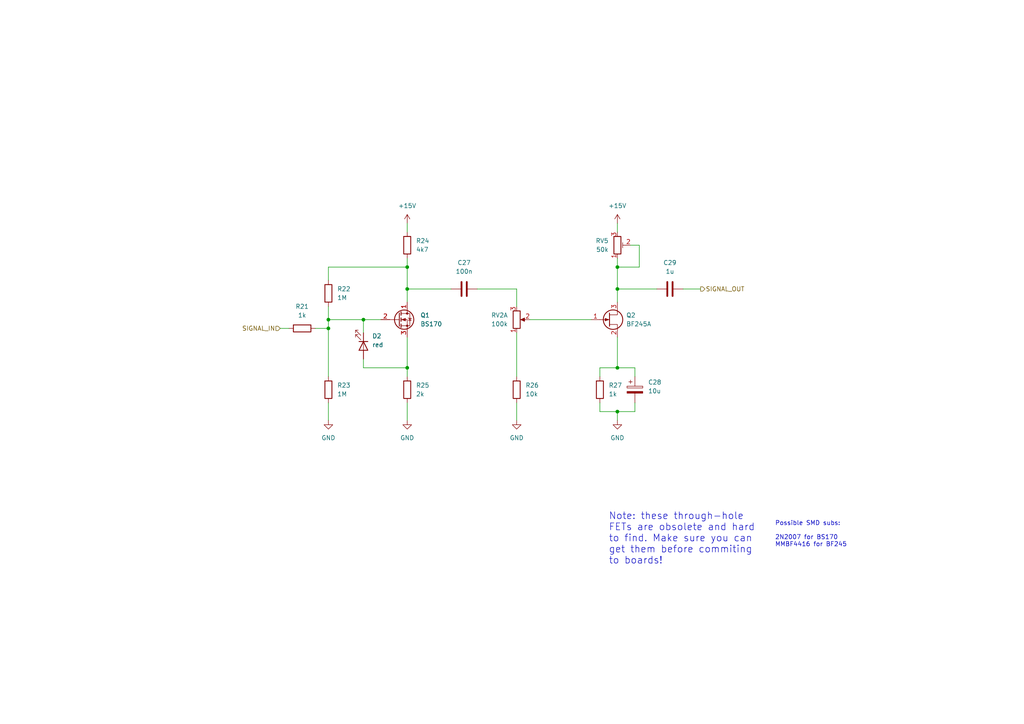
<source format=kicad_sch>
(kicad_sch (version 20211123) (generator eeschema)
  (paper "A4")
  (title_block (title "M.S.M. Stereo Lowpass Filter Pedal") (date "2022-05-20") (rev "0") (comment 2 "creativecommons.org/licenses/by/4.0") (comment 3 "License: CC by 4.0") (comment 4 "Author: Jordan Aceto"))
  (lib_symbols
    (symbol "Device:C" (pin_numbers hide) (pin_names (offset 0.254))
      (property "Reference" "C" (at 0.635 2.54 0))
      (property "Value" "C" (at 0.635 -2.54 0))
      (symbol "C_0_1"
        (polyline (pts (xy -2.032 -0.762) (xy 2.032 -0.762)) (stroke (width 0.508)))
        (polyline (pts (xy -2.032 0.762) (xy 2.032 0.762)) (stroke (width 0.508)))
      )
      (symbol "C_1_1"
        (pin passive line (at 0 3.81 270) (length 2.794) (name "~") (number "1"))
        (pin passive line (at 0 -3.81 90) (length 2.794) (name "~") (number "2"))
      )
    )
    (symbol "Device:C_Polarized" (pin_numbers hide) (pin_names (offset 0.254))
      (property "Reference" "C" (at 0.635 2.54 0))
      (property "Value" "C_Polarized" (at 0.635 -2.54 0))
      (symbol "C_Polarized_0_1"
        (rectangle (start -2.286 0.508) (end 2.286 1.016))
        (polyline (pts (xy -1.778 2.286) (xy -0.762 2.286)))
        (polyline (pts (xy -1.27 2.794) (xy -1.27 1.778)))
        (rectangle (start 2.286 -0.508) (end -2.286 -1.016) (fill (type outline)))
      )
      (symbol "C_Polarized_1_1"
        (pin passive line (at 0 3.81 270) (length 2.794) (name "~") (number "1"))
        (pin passive line (at 0 -3.81 90) (length 2.794) (name "~") (number "2"))
      )
    )
    (symbol "Device:LED" (pin_numbers hide) (pin_names (offset 1.016) hide)
      (property "Reference" "D" (at 0 2.54 0))
      (property "Value" "LED" (at 0 -2.54 0))
      (symbol "LED_0_1"
        (polyline (pts (xy -1.27 -1.27) (xy -1.27 1.27)) (stroke (width 0.254)))
        (polyline (pts (xy -1.27 0) (xy 1.27 0)))
        (polyline (pts (xy 1.27 -1.27) (xy 1.27 1.27) (xy -1.27 0) (xy 1.27 -1.27)) (stroke (width 0.254)))
        (polyline (pts (xy -3.048 -0.762) (xy -4.572 -2.286) (xy -3.81 -2.286) (xy -4.572 -2.286) (xy -4.572 -1.524)))
        (polyline (pts (xy -1.778 -0.762) (xy -3.302 -2.286) (xy -2.54 -2.286) (xy -3.302 -2.286) (xy -3.302 -1.524)))
      )
      (symbol "LED_1_1"
        (pin passive line (at -3.81 0 0) (length 2.54) (name "K") (number "1"))
        (pin passive line (at 3.81 0 180) (length 2.54) (name "A") (number "2"))
      )
    )
    (symbol "Device:R" (pin_numbers hide) (pin_names (offset 0))
      (property "Reference" "R" (at 2.032 0 90))
      (property "Value" "R" (at 0 0 90))
      (symbol "R_0_1"
        (rectangle (start -1.016 -2.54) (end 1.016 2.54) (stroke (width 0.254)))
      )
      (symbol "R_1_1"
        (pin passive line (at 0 3.81 270) (length 1.27) (name "~") (number "1"))
        (pin passive line (at 0 -3.81 90) (length 1.27) (name "~") (number "2"))
      )
    )
    (symbol "Device:R_Potentiometer_Dual_Separate" (pin_names (offset 1.016) hide)
      (property "Reference" "RV" (at -4.445 0 90))
      (property "Value" "R_Potentiometer_Dual_Separate" (at -2.54 0 90))
      (symbol "R_Potentiometer_Dual_Separate_0_1"
        (polyline (pts (xy 2.54 0) (xy 1.524 0)))
        (polyline (pts (xy 1.143 0) (xy 2.286 0.508) (xy 2.286 -0.508) (xy 1.143 0)) (fill (type outline)))
        (rectangle (start 1.016 2.54) (end -1.016 -2.54) (stroke (width 0.254)))
      )
      (symbol "R_Potentiometer_Dual_Separate_1_1"
        (pin passive line (at 0 3.81 270) (length 1.27) (name "1") (number "1"))
        (pin passive line (at 3.81 0 180) (length 1.27) (name "2") (number "2"))
        (pin passive line (at 0 -3.81 90) (length 1.27) (name "3") (number "3"))
      )
      (symbol "R_Potentiometer_Dual_Separate_2_1"
        (pin passive line (at 0 3.81 270) (length 1.27) (name "4") (number "4"))
        (pin passive line (at 3.81 0 180) (length 1.27) (name "5") (number "5"))
        (pin passive line (at 0 -3.81 90) (length 1.27) (name "6") (number "6"))
      )
    )
    (symbol "Device:R_Potentiometer_Trim" (pin_names (offset 1.016) hide)
      (property "Reference" "RV" (at -4.445 0 90))
      (property "Value" "R_Potentiometer_Trim" (at -2.54 0 90))
      (symbol "R_Potentiometer_Trim_0_1"
        (polyline (pts (xy 1.524 0.762) (xy 1.524 -0.762)))
        (polyline (pts (xy 2.54 0) (xy 1.524 0)))
        (rectangle (start 1.016 2.54) (end -1.016 -2.54) (stroke (width 0.254)))
      )
      (symbol "R_Potentiometer_Trim_1_1"
        (pin passive line (at 0 3.81 270) (length 1.27) (name "1") (number "1"))
        (pin passive line (at 3.81 0 180) (length 1.27) (name "2") (number "2"))
        (pin passive line (at 0 -3.81 90) (length 1.27) (name "3") (number "3"))
      )
    )
    (symbol "Transistor_FET:BF245A" (pin_names hide)
      (property "Reference" "Q" (at 5.08 1.905 0))
      (property "Value" "BF245A" (at 5.08 0 0))
      (symbol "BF245A_0_1"
        (polyline (pts (xy 0.254 0) (xy -2.54 0)))
        (polyline (pts (xy 0.254 1.905) (xy 0.254 -1.905)) (stroke (width 0.254)))
        (polyline (pts (xy 2.54 -2.54) (xy 2.54 -1.397) (xy 0.254 -1.397)))
        (polyline (pts (xy 2.54 2.54) (xy 2.54 1.397) (xy 0.254 1.397)))
        (polyline (pts (xy 0 0) (xy -1.016 0.381) (xy -1.016 -0.381) (xy 0 0)) (fill (type outline)))
        (circle (center 1.27 0) (radius 2.8194) (stroke (width 0.254)))
      )
      (symbol "BF245A_1_1"
        (pin input line (at -5.08 0 0) (length 2.54) (name "G") (number "1"))
        (pin passive line (at 2.54 -5.08 90) (length 2.54) (name "S") (number "2"))
        (pin passive line (at 2.54 5.08 270) (length 2.54) (name "D") (number "3"))
      )
    )
    (symbol "Transistor_FET:BS170" (pin_names hide)
      (property "Reference" "Q" (at 5.08 1.905 0))
      (property "Value" "BS170" (at 5.08 0 0))
      (symbol "BS170_0_1"
        (polyline (pts (xy 0.254 0) (xy -2.54 0)))
        (polyline (pts (xy 0.254 1.905) (xy 0.254 -1.905)) (stroke (width 0.254)))
        (polyline (pts (xy 0.762 -1.27) (xy 0.762 -2.286)) (stroke (width 0.254)))
        (polyline (pts (xy 0.762 0.508) (xy 0.762 -0.508)) (stroke (width 0.254)))
        (polyline (pts (xy 0.762 2.286) (xy 0.762 1.27)) (stroke (width 0.254)))
        (polyline (pts (xy 2.54 2.54) (xy 2.54 1.778)))
        (polyline (pts (xy 2.54 -2.54) (xy 2.54 0) (xy 0.762 0)))
        (polyline (pts (xy 0.762 -1.778) (xy 3.302 -1.778) (xy 3.302 1.778) (xy 0.762 1.778)))
        (polyline (pts (xy 1.016 0) (xy 2.032 0.381) (xy 2.032 -0.381) (xy 1.016 0)) (fill (type outline)))
        (polyline (pts (xy 2.794 0.508) (xy 2.921 0.381) (xy 3.683 0.381) (xy 3.81 0.254)))
        (polyline (pts (xy 3.302 0.381) (xy 2.921 -0.254) (xy 3.683 -0.254) (xy 3.302 0.381)))
        (circle (center 1.651 0) (radius 2.794) (stroke (width 0.254)))
        (circle (center 2.54 -1.778) (radius 0.254) (fill (type outline)))
        (circle (center 2.54 1.778) (radius 0.254) (fill (type outline)))
      )
      (symbol "BS170_1_1"
        (pin passive line (at 2.54 5.08 270) (length 2.54) (name "D") (number "1"))
        (pin input line (at -5.08 0 0) (length 2.54) (name "G") (number "2"))
        (pin passive line (at 2.54 -5.08 90) (length 2.54) (name "S") (number "3"))
      )
    )
    (symbol "power:+15V" (power) (pin_names (offset 0))
      (property "Value" "+15V" (at 0 3.556 0))
      (symbol "+15V_0_1"
        (polyline (pts (xy -0.762 1.27) (xy 0 2.54)))
        (polyline (pts (xy 0 0) (xy 0 2.54)))
        (polyline (pts (xy 0 2.54) (xy 0.762 1.27)))
      )
      (symbol "+15V_1_1"
        (pin power_in line (at 0 0 90) (length 0) hide (name "+15V") (number "1"))
      )
    )
    (symbol "power:GND" (power) (pin_names (offset 0))
      (property "Value" "GND" (at 0 -3.81 0))
      (symbol "GND_0_1"
        (polyline (pts (xy 0 0) (xy 0 -1.27) (xy 1.27 -1.27) (xy 0 -2.54) (xy -1.27 -1.27) (xy 0 -1.27)))
      )
      (symbol "GND_1_1"
        (pin power_in line (at 0 0 270) (length 0) hide (name "GND") (number "1"))
      )
    )
  )
  (junction (at 118.11 106.68))
  (junction (at 118.11 83.82))
  (junction (at 179.07 77.47))
  (junction (at 95.25 95.25))
  (junction (at 179.07 106.68))
  (junction (at 179.07 83.82))
  (junction (at 105.41 92.71))
  (junction (at 118.11 77.47))
  (junction (at 179.07 119.38))
  (junction (at 95.25 92.71))
  (wire (pts (xy 95.25 116.84) (xy 95.25 121.92)))
  (wire (pts (xy 118.11 97.79) (xy 118.11 106.68)))
  (wire (pts (xy 149.86 116.84) (xy 149.86 121.92)))
  (wire (pts (xy 95.25 92.71) (xy 105.41 92.71)))
  (wire (pts (xy 95.25 95.25) (xy 95.25 109.22)))
  (wire (pts (xy 149.86 88.9) (xy 149.86 83.82)))
  (wire (pts (xy 173.99 119.38) (xy 179.07 119.38)))
  (wire (pts (xy 173.99 116.84) (xy 173.99 119.38)))
  (wire (pts (xy 95.25 95.25) (xy 95.25 92.71)))
  (wire (pts (xy 105.41 106.68) (xy 118.11 106.68)))
  (wire (pts (xy 184.15 116.84) (xy 184.15 119.38)))
  (wire (pts (xy 179.07 77.47) (xy 185.42 77.47)))
  (wire (pts (xy 185.42 77.47) (xy 185.42 71.12)))
  (wire (pts (xy 149.86 96.52) (xy 149.86 109.22)))
  (wire (pts (xy 95.25 88.9) (xy 95.25 92.71)))
  (wire (pts (xy 118.11 74.93) (xy 118.11 77.47)))
  (wire (pts (xy 179.07 74.93) (xy 179.07 77.47)))
  (wire (pts (xy 105.41 92.71) (xy 105.41 96.52)))
  (wire (pts (xy 118.11 83.82) (xy 118.11 87.63)))
  (wire (pts (xy 179.07 83.82) (xy 179.07 87.63)))
  (wire (pts (xy 118.11 116.84) (xy 118.11 121.92)))
  (wire (pts (xy 95.25 81.28) (xy 95.25 77.47)))
  (wire (pts (xy 179.07 97.79) (xy 179.07 106.68)))
  (wire (pts (xy 184.15 109.22) (xy 184.15 106.68)))
  (wire (pts (xy 118.11 83.82) (xy 130.81 83.82)))
  (wire (pts (xy 179.07 106.68) (xy 184.15 106.68)))
  (wire (pts (xy 105.41 104.14) (xy 105.41 106.68)))
  (wire (pts (xy 149.86 83.82) (xy 138.43 83.82)))
  (wire (pts (xy 198.12 83.82) (xy 203.2 83.82)))
  (wire (pts (xy 179.07 64.77) (xy 179.07 67.31)))
  (wire (pts (xy 173.99 106.68) (xy 173.99 109.22)))
  (wire (pts (xy 81.28 95.25) (xy 83.82 95.25)))
  (wire (pts (xy 179.07 119.38) (xy 179.07 121.92)))
  (wire (pts (xy 118.11 106.68) (xy 118.11 109.22)))
  (wire (pts (xy 105.41 92.71) (xy 110.49 92.71)))
  (wire (pts (xy 179.07 77.47) (xy 179.07 83.82)))
  (wire (pts (xy 95.25 77.47) (xy 118.11 77.47)))
  (wire (pts (xy 118.11 77.47) (xy 118.11 83.82)))
  (wire (pts (xy 118.11 64.77) (xy 118.11 67.31)))
  (wire (pts (xy 153.67 92.71) (xy 171.45 92.71)))
  (wire (pts (xy 185.42 71.12) (xy 182.88 71.12)))
  (wire (pts (xy 179.07 119.38) (xy 184.15 119.38)))
  (wire (pts (xy 173.99 106.68) (xy 179.07 106.68)))
  (wire (pts (xy 91.44 95.25) (xy 95.25 95.25)))
  (wire (pts (xy 179.07 83.82) (xy 190.5 83.82)))
  (text "Possible SMD subs:\n\n2N2007 for BS170\nMMBF4416 for BF245" (at 224.79 158.75 0) (effects (font (size 1.27 1.27)) (justify left bottom)))
  (text "Note: these through-hole\nFETs are obsolete and hard\nto find. Make sure you can\nget them before commiting\nto boards!" (at 176.53 163.83 0) (effects (font (size 2 2)) (justify left bottom)))
  (hierarchical_label "SIGNAL_IN" (shape input) (at 81.28 95.25 180))
  (hierarchical_label "SIGNAL_OUT" (shape output) (at 203.2 83.82 0))
  (symbol (lib_id "power:GND") (at 95.25 121.92 0) (unit 1)
    (property "Reference" "#PWR0128" (effects hide))
    (property "Value" "GND" (at 95.25 127 0))
  )
  (symbol (lib_id "Device:C_Polarized") (at 184.15 113.03 0) (unit 1)
    (property "Reference" "C28" (at 187.96 110.8709 0) (effects (justify left)))
    (property "Value" "10u" (at 187.96 113.4109 0) (effects (justify left)))
    (property "Footprint" "Capacitor_THT:CP_Radial_D6.3mm_P2.50mm" (effects hide))
  )
  (symbol (lib_id "Device:R") (at 173.99 113.03 0) (unit 1)
    (property "Reference" "R27" (at 176.53 111.7599 0) (effects (justify left)))
    (property "Value" "1k" (at 176.53 114.2999 0) (effects (justify left)))
    (property "Footprint" "Resistor_SMD:R_0805_2012Metric" (effects hide))
  )
  (symbol (lib_id "Device:R") (at 118.11 71.12 0) (unit 1)
    (property "Reference" "R24" (at 120.65 69.8499 0) (effects (justify left)))
    (property "Value" "4k7" (at 120.65 72.3899 0) (effects (justify left)))
    (property "Footprint" "Resistor_SMD:R_0805_2012Metric" (effects hide))
  )
  (symbol (lib_id "power:+15V") (at 179.07 64.77 0) (unit 1)
    (property "Reference" "#PWR0133" (effects hide))
    (property "Value" "+15V" (at 179.07 59.69 0))
  )
  (symbol (lib_id "power:GND") (at 149.86 121.92 0) (unit 1)
    (property "Reference" "#PWR0129" (effects hide))
    (property "Value" "GND" (at 149.86 127 0))
  )
  (symbol (lib_id "Device:R") (at 149.86 113.03 0) (unit 1)
    (property "Reference" "R26" (at 152.4 111.7599 0) (effects (justify left)))
    (property "Value" "10k" (at 152.4 114.2999 0) (effects (justify left)))
    (property "Footprint" "Resistor_SMD:R_0805_2012Metric" (effects hide))
  )
  (symbol (lib_id "Device:LED") (at 105.41 100.33 270) (unit 1)
    (property "Reference" "D2" (at 107.95 97.4724 90) (effects (justify left)))
    (property "Value" "red" (at 107.95 100.0124 90) (effects (justify left)))
    (property "Footprint" "LED_SMD:LED_0805_2012Metric" (effects hide))
  )
  (symbol (lib_id "Device:R") (at 95.25 113.03 0) (unit 1)
    (property "Reference" "R23" (at 97.79 111.7599 0) (effects (justify left)))
    (property "Value" "1M" (at 97.79 114.2999 0) (effects (justify left)))
    (property "Footprint" "Resistor_SMD:R_0805_2012Metric" (effects hide))
  )
  (symbol (lib_id "power:GND") (at 179.07 121.92 0) (unit 1)
    (property "Reference" "#PWR0132" (effects hide))
    (property "Value" "GND" (at 179.07 127 0))
  )
  (symbol (lib_id "Transistor_FET:BF245A") (at 176.53 92.71 0) (unit 1)
    (property "Reference" "Q2" (at 181.61 91.4399 0) (effects (justify left)))
    (property "Value" "BF245A" (at 181.61 93.9799 0) (effects (justify left)))
    (property "Footprint" "Package_TO_SOT_THT:TO-92_Wide" (effects hide))
    (property "Datasheet" "https://www.onsemi.com/pub/Collateral/BF245A-D.PDF" (effects hide))
  )
  (symbol (lib_id "Device:R_Potentiometer_Trim") (at 179.07 71.12 0) (mirror x) (unit 1)
    (property "Reference" "RV5" (at 176.53 69.8499 0) (effects (justify right)))
    (property "Value" "50k" (at 176.53 72.3899 0) (effects (justify right)))
    (property "Footprint" "Potentiometer_THT:Potentiometer_Bourns_3296W_Vertical" (effects hide))
  )
  (symbol (lib_id "Device:R") (at 87.63 95.25 90) (unit 1)
    (property "Reference" "R21" (at 87.63 88.9 90))
    (property "Value" "1k" (at 87.63 91.44 90))
    (property "Footprint" "Resistor_SMD:R_0805_2012Metric" (effects hide))
  )
  (symbol (lib_id "power:GND") (at 118.11 121.92 0) (unit 1)
    (property "Reference" "#PWR0130" (effects hide))
    (property "Value" "GND" (at 118.11 127 0))
  )
  (symbol (lib_id "power:+15V") (at 118.11 64.77 0) (unit 1)
    (property "Reference" "#PWR0131" (effects hide))
    (property "Value" "+15V" (at 118.11 59.69 0))
  )
  (symbol (lib_id "Device:R_Potentiometer_Dual_Separate") (at 149.86 92.71 0) (mirror x) (unit 1)
    (property "Reference" "RV2" (at 147.32 91.4399 0) (effects (justify right)))
    (property "Value" "100k" (at 147.32 93.9799 0) (effects (justify right)))
    (property "Footprint" "Potentiometer_THT:Potentiometer_Alpha_RD902F-40-00D_Dual_Vertical" (effects hide))
  )
  (symbol (lib_id "Device:R") (at 118.11 113.03 0) (unit 1)
    (property "Reference" "R25" (at 120.65 111.7599 0) (effects (justify left)))
    (property "Value" "2k" (at 120.65 114.2999 0) (effects (justify left)))
    (property "Footprint" "Resistor_SMD:R_0805_2012Metric" (effects hide))
  )
  (symbol (lib_id "Device:C") (at 134.62 83.82 90) (unit 1)
    (property "Reference" "C27" (at 134.62 76.2 90))
    (property "Value" "100n" (at 134.62 78.74 90))
    (property "Footprint" "Capacitor_THT:C_Rect_L7.2mm_W2.5mm_P5.00mm_FKS2_FKP2_MKS2_MKP2" (effects hide))
  )
  (symbol (lib_id "Device:R") (at 95.25 85.09 0) (unit 1)
    (property "Reference" "R22" (at 97.79 83.8199 0) (effects (justify left)))
    (property "Value" "1M" (at 97.79 86.3599 0) (effects (justify left)))
    (property "Footprint" "Resistor_SMD:R_0805_2012Metric" (effects hide))
  )
  (symbol (lib_id "Transistor_FET:BS170") (at 115.57 92.71 0) (unit 1)
    (property "Reference" "Q1" (at 121.92 91.4399 0) (effects (justify left)))
    (property "Value" "BS170" (at 121.92 93.9799 0) (effects (justify left)))
    (property "Footprint" "Package_TO_SOT_THT:TO-92_Wide" (effects hide))
    (property "Datasheet" "https://www.onsemi.com/pub/Collateral/BS170-D.PDF" (effects hide))
  )
  (symbol (lib_id "Device:C") (at 194.31 83.82 90) (unit 1)
    (property "Reference" "C29" (at 194.31 76.2 90))
    (property "Value" "1u" (at 194.31 78.74 90))
    (property "Footprint" "Capacitor_THT:C_Rect_L7.2mm_W5.5mm_P5.00mm_FKS2_FKP2_MKS2_MKP2" (effects hide))
  )
)
</source>
